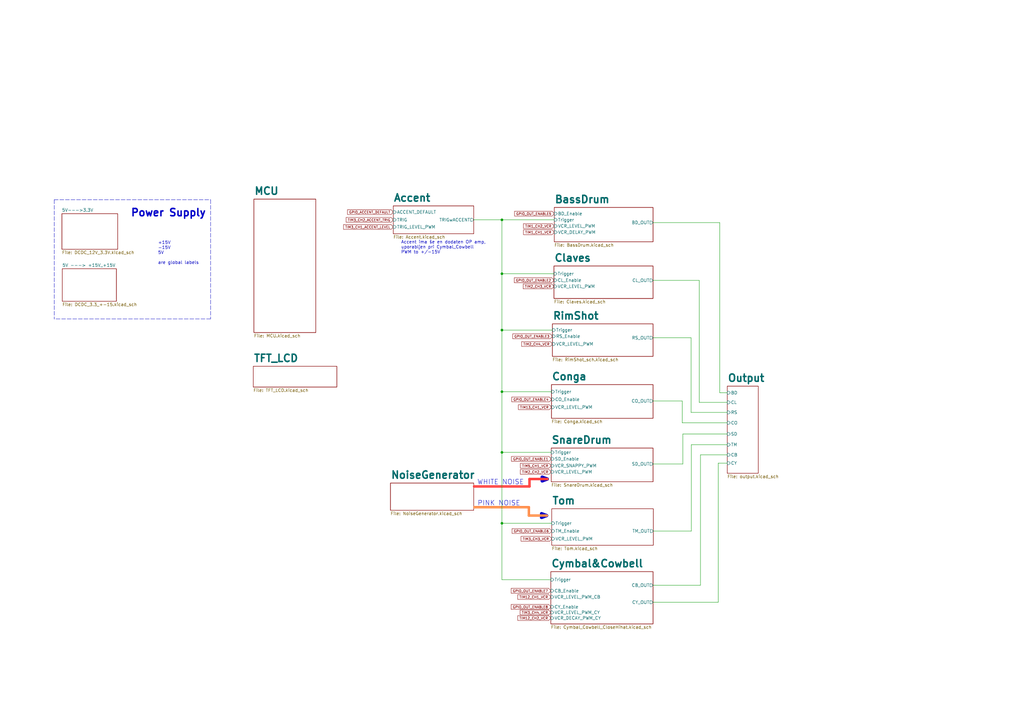
<source format=kicad_sch>
(kicad_sch (version 20211123) (generator eeschema)
  (paper "A3")
  (title_block (title "STM32_KickDrum") (date "2023-06-03") (rev "0"))
  (lib_symbols)
  (junction (at 205.867 185.547))
  (junction (at 205.867 214.63))
  (junction (at 205.867 112.268))
  (junction (at 205.867 135.382))
  (junction (at 205.867 160.655))
  (junction (at 205.867 90.17))
  (wire (pts (xy 294.5892 189.9412) (xy 294.5892 247.015)))
  (polyline (pts (xy 194.437 199.517) (xy 217.17 199.517)) (stroke (width 1) (type solid) (color 255 58 56 1)))
  (wire (pts (xy 205.867 160.655) (xy 205.867 185.547)))
  (polyline (pts (xy 22.225 81.915) (xy 86.36 81.915)))
  (wire (pts (xy 267.843 91.2876) (xy 295.1988 91.2876)))
  (wire (pts (xy 294.5892 247.015) (xy 267.843 247.015)))
  (wire (pts (xy 205.867 90.17) (xy 205.867 112.268)))
  (wire (pts (xy 267.843 190.2968) (xy 280.0858 190.2968)))
  (wire (pts (xy 205.867 185.547) (xy 205.867 214.63)))
  (wire (pts (xy 279.8064 164.465) (xy 267.843 164.465)))
  (wire (pts (xy 226.06 185.547) (xy 205.867 185.547)))
  (wire (pts (xy 287.2994 186.563) (xy 298.2976 186.563)))
  (wire (pts (xy 295.1988 91.2876) (xy 295.1988 161.0868)))
  (wire (pts (xy 283.4386 169.164) (xy 298.2976 169.164)))
  (wire (pts (xy 279.8064 173.4312) (xy 279.8064 164.465)))
  (polyline (pts (xy 216.916 211.455) (xy 224.282 211.455)) (stroke (width 1) (type solid) (color 255 137 71 1)))
  (wire (pts (xy 298.2976 189.9412) (xy 294.5892 189.9412)))
  (wire (pts (xy 295.1988 161.0868) (xy 298.2976 161.0868)))
  (wire (pts (xy 286.766 115.0112) (xy 286.766 165.0492)))
  (wire (pts (xy 205.867 90.17) (xy 227.33 90.17)))
  (wire (pts (xy 283.5656 217.805) (xy 267.97 217.805)))
  (wire (pts (xy 298.2976 165.0492) (xy 286.766 165.0492)))
  (polyline (pts (xy 22.225 81.915) (xy 22.225 130.81)))
  (polyline (pts (xy 222.377 197.231) (xy 224.409 196.469)) (stroke (width 1.4) (type solid)))
  (polyline (pts (xy 222.123 212.217) (xy 224.155 211.455)) (stroke (width 1.4) (type solid)))
  (wire (pts (xy 267.843 138.557) (xy 283.4386 138.557)))
  (polyline (pts (xy 86.36 81.915) (xy 86.36 130.81)))
  (wire (pts (xy 283.5656 182.372) (xy 283.5656 217.805)))
  (polyline (pts (xy 217.17 196.469) (xy 224.536 196.469)) (stroke (width 1) (type solid) (color 255 58 56 1)))
  (polyline (pts (xy 222.377 195.707) (xy 224.409 196.469)) (stroke (width 1.4) (type solid)))
  (wire (pts (xy 227.203 112.268) (xy 205.867 112.268)))
  (wire (pts (xy 205.867 112.268) (xy 205.867 135.382)))
  (wire (pts (xy 205.867 135.382) (xy 226.568 135.382)))
  (polyline (pts (xy 194.564 208.026) (xy 216.916 208.026)) (stroke (width 1) (type solid) (color 255 137 71 1)))
  (wire (pts (xy 205.867 135.382) (xy 205.867 160.655)))
  (wire (pts (xy 205.867 237.744) (xy 205.867 214.63)))
  (wire (pts (xy 267.843 240.03) (xy 287.2994 240.03)))
  (wire (pts (xy 283.4386 138.557) (xy 283.4386 169.164)))
  (wire (pts (xy 225.933 237.744) (xy 205.867 237.744)))
  (polyline (pts (xy 217.17 199.517) (xy 217.17 196.469)) (stroke (width 1) (type solid) (color 255 58 56 1)))
  (wire (pts (xy 267.843 115.0112) (xy 286.766 115.0112)))
  (wire (pts (xy 298.2976 173.4312) (xy 279.8064 173.4312)))
  (wire (pts (xy 194.31 90.17) (xy 205.867 90.17)))
  (wire (pts (xy 226.314 214.63) (xy 205.867 214.63)))
  (wire (pts (xy 280.0858 190.2968) (xy 280.0858 178.0032)))
  (polyline (pts (xy 216.916 211.455) (xy 216.916 208.026)) (stroke (width 1) (type solid) (color 255 137 71 1)))
  (wire (pts (xy 226.187 160.655) (xy 205.867 160.655)))
  (wire (pts (xy 298.2976 182.372) (xy 283.5656 182.372)))
  (polyline (pts (xy 222.123 210.693) (xy 224.155 211.455)) (stroke (width 1.4) (type solid)))
  (wire (pts (xy 287.2994 240.03) (xy 287.2994 186.563)))
  (wire (pts (xy 280.0858 178.0032) (xy 298.2976 178.0032)))
  (polyline (pts (xy 86.36 130.81) (xy 22.225 130.81)))
  (text "+15V\n-15V\n5V\n\nare global labels\n" (at 64.77 108.585 0) (effects (font (size 1.27 1.27)) (justify left bottom)))
  (text "Power Supply\n" (at 53.467 89.154 0) (effects (font (size 3 3) (thickness 0.6) bold) (justify left bottom)))
  (text "PINK NOISE\n" (at 195.834 207.645 0) (effects (font (size 2 2)) (justify left bottom)))
  (text "Accent ima še en dodaten OP amp,\nuporabljen pri Cymbal_Cowbell\nPWM to +/-15V\n\n" (at 164.465 106.299 0) (effects (font (size 1.27 1.27)) (justify left bottom)))
  (text "WHITE NOISE\n" (at 195.707 199.009 0) (effects (font (size 2 2)) (justify left bottom)))
  (global_label "GPIO_OUT_ENABLE6" (shape input) (at 226.314 217.805 180) (effects (font (size 1 1))) (property "Intersheet References" "${INTERSHEET_REFS}" (effects hide)))
  (global_label "TIM13_CH1_VCR" (shape input) (at 226.187 167.005 180) (effects (font (size 1 1))) (property "Intersheet References" "${INTERSHEET_REFS}" (effects hide)))
  (global_label "TIM12_CH1_VCR" (shape input) (at 225.933 244.856 180) (effects (font (size 1 1))) (property "Intersheet References" "${INTERSHEET_REFS}" (effects hide)))
  (global_label "TIM3_CH2_ACCENT_TRIG" (shape input) (at 161.29 90.17 180) (effects (font (size 1 1))) (property "Intersheet References" "${INTERSHEET_REFS}" (effects hide)))
  (global_label "TIM5_CH1_VCR" (shape input) (at 226.06 191.008 180) (effects (font (size 1 1))) (property "Intersheet References" "${INTERSHEET_REFS}" (effects hide)))
  (global_label "TIM2_CH3_VCR" (shape input) (at 227.203 117.475 180) (effects (font (size 1 1))) (property "Intersheet References" "${INTERSHEET_REFS}" (effects hide)))
  (global_label "GPIO_OUT_ENABLE7" (shape input) (at 225.933 242.316 180) (effects (font (size 1 1))) (property "Intersheet References" "${INTERSHEET_REFS}" (effects hide)))
  (global_label "GPIO_OUT_ENABLE2" (shape input) (at 227.203 114.935 180) (effects (font (size 1 1))) (property "Intersheet References" "${INTERSHEET_REFS}" (effects hide)))
  (global_label "TIM1_CH1_VCR" (shape input) (at 227.33 95.25 180) (effects (font (size 1 1))) (property "Intersheet References" "${INTERSHEET_REFS}" (effects hide)))
  (global_label "TIM2_CH4_VCR" (shape input) (at 226.568 141.097 180) (effects (font (size 1 1))) (property "Intersheet References" "${INTERSHEET_REFS}" (effects hide)))
  (global_label "TIM12_CH2_VCR" (shape input) (at 225.933 253.492 180) (effects (font (size 1 1))) (property "Intersheet References" "${INTERSHEET_REFS}" (effects hide)))
  (global_label "TIM2_CH2_VCR" (shape input) (at 226.06 193.548 180) (effects (font (size 1 1))) (property "Intersheet References" "${INTERSHEET_REFS}" (effects hide)))
  (global_label "TIM1_CH2_VCR" (shape input) (at 227.33 92.71 180) (effects (font (size 1 1))) (property "Intersheet References" "${INTERSHEET_REFS}" (effects hide)))
  (global_label "GPIO_OUT_ENABLE4" (shape input) (at 226.187 163.83 180) (effects (font (size 1 1))) (property "Intersheet References" "${INTERSHEET_REFS}" (effects hide)))
  (global_label "TIM3_CH1_ACCENT_LEVEL" (shape input) (at 161.29 93.091 180) (effects (font (size 1 1))) (property "Intersheet References" "${INTERSHEET_REFS}" (effects hide)))
  (global_label "GPIO_OUT_ENABLE8" (shape input) (at 225.933 248.92 180) (effects (font (size 1 1))) (property "Intersheet References" "${INTERSHEET_REFS}" (effects hide)))
  (global_label "GPIO_OUT_ENABLE5" (shape input) (at 227.33 87.63 180) (effects (font (size 1 1))) (property "Intersheet References" "${INTERSHEET_REFS}" (effects hide)))
  (global_label "TIM3_CH4_VCR" (shape input) (at 225.933 251.206 180) (effects (font (size 1 1))) (property "Intersheet References" "${INTERSHEET_REFS}" (effects hide)))
  (global_label "GPIO_OUT_ENABLE3" (shape input) (at 226.568 137.922 180) (effects (font (size 1 1))) (property "Intersheet References" "${INTERSHEET_REFS}" (effects hide)))
  (global_label "TIM3_CH3_VCR" (shape input) (at 226.314 220.98 180) (effects (font (size 1 1))) (property "Intersheet References" "${INTERSHEET_REFS}" (effects hide)))
  (global_label "GPIO_ACCENT_DEFAULT" (shape input) (at 161.29 86.995 180) (effects (font (size 1 1))) (property "Intersheet References" "${INTERSHEET_REFS}" (effects hide)))
  (global_label "GPIO_OUT_ENABLE1" (shape input) (at 226.06 188.214 180) (effects (font (size 1 1))) (property "Intersheet References" "${INTERSHEET_REFS}" (effects hide)))
  (sheet (at 226.568 132.842) (size 41.275 13.335) (stroke (width 0.1524))
    (property "Sheet name" "RimShot" (at 226.568 131.2654 0) (effects (font (size 3 3) bold) (justify left bottom)))
    (property "Sheet file" "RimShot_sch.kicad_sch" (at 226.568 146.7616 0) (effects (justify left top)))
    (pin "VCR_LEVEL_PWM" input (at 226.568 141.097 180))
    (pin "Trigger" input (at 226.568 135.382 180))
    (pin "RS_Enable" input (at 226.568 137.922 180))
    (pin "RS_OUT" output (at 267.843 138.557 0))
  )
  (sheet (at 226.06 183.769) (size 41.783 13.843) (stroke (width 0.1524))
    (property "Sheet name" "SnareDrum" (at 226.06 182.1924 0) (effects (font (size 3 3) bold) (justify left bottom)))
    (property "Sheet file" "SnareDrum.kicad_sch" (at 226.06 198.1966 0) (effects (justify left top)))
    (pin "Trigger" input (at 226.06 185.547 180))
    (pin "SD_Enable" input (at 226.06 188.214 180))
    (pin "VCR_SNAPPY_PWM" input (at 226.06 191.008 180))
    (pin "VCR_LEVEL_PWM" input (at 226.06 193.548 180))
    (pin "SD_OUT" output (at 267.843 190.2968 0))
  )
  (sheet (at 103.886 150.241) (size 34.29 8.509) (stroke (width 0.1524))
    (property "Sheet name" "TFT_LCD" (at 103.886 148.6644 0) (effects (font (size 3 3) bold) (justify left bottom)))
    (property "Sheet file" "TFT_LCD.kicad_sch" (at 103.886 159.3346 0) (effects (justify left top)))
  )
  (sheet (at 227.203 109.093) (size 40.64 13.335) (stroke (width 0.1524))
    (property "Sheet name" "Claves" (at 227.203 107.5164 0) (effects (font (size 3 3) bold) (justify left bottom)))
    (property "Sheet file" "Claves.kicad_sch" (at 227.203 123.0126 0) (effects (justify left top)))
    (pin "Trigger" input (at 227.203 112.268 180))
    (pin "CL_Enable" input (at 227.203 114.935 180))
    (pin "VCR_LEVEL_PWM" input (at 227.203 117.475 180))
    (pin "CL_OUT" output (at 267.843 115.0112 0))
  )
  (sheet (at 226.187 157.734) (size 41.656 13.843) (stroke (width 0.1524))
    (property "Sheet name" "Conga" (at 226.187 156.1574 0) (effects (font (size 3 3) bold) (justify left bottom)))
    (property "Sheet file" "Conga.kicad_sch" (at 226.187 172.1616 0) (effects (justify left top)))
    (pin "VCR_LEVEL_PWM" input (at 226.187 167.005 180))
    (pin "CO_OUT" output (at 267.843 164.465 0))
    (pin "CO_Enable" input (at 226.187 163.83 180))
    (pin "Trigger" input (at 226.187 160.655 180))
  )
  (sheet (at 25.4 87.63) (size 22.86 14.605) (stroke (width 0.1524))
    (property "Sheet name" "5V--->3.3V" (at 25.4 86.9184 0) (effects (justify left bottom)))
    (property "Sheet file" "DCDC_12V_3.3V.kicad_sch" (at 25.4 102.8196 0) (effects (justify left top)))
  )
  (sheet (at 161.29 84.455) (size 33.02 11.43) (stroke (width 0.1524))
    (property "Sheet name" "Accent" (at 161.29 82.8784 0) (effects (font (size 3 3) bold) (justify left bottom)))
    (property "Sheet file" "Accent.kicad_sch" (at 161.29 96.4696 0) (effects (justify left top)))
    (pin "ACCENT_DEFAULT" input (at 161.29 86.995 180))
    (pin "TRIG" input (at 161.29 90.17 180))
    (pin "TRIGwACCENT" output (at 194.31 90.17 0))
    (pin "TRIG_LEVEL_PWM" input (at 161.29 93.091 180))
  )
  (sheet (at 25.527 110.236) (size 22.225 13.335) (stroke (width 0.1524))
    (property "Sheet name" "5V ---> +15V_+15V" (at 25.527 109.5244 0) (effects (justify left bottom)))
    (property "Sheet file" "DCDC_3.3_+-15.kicad_sch" (at 25.527 124.1556 0) (effects (justify left top)))
  )
  (sheet (at 104.14 81.661) (size 25.4 54.737) (stroke (width 0.1524))
    (property "Sheet name" "MCU" (at 104.14 80.0844 0) (effects (font (size 3 3) bold) (justify left bottom)))
    (property "Sheet file" "MCU.kicad_sch" (at 104.14 136.9826 0) (effects (justify left top)))
  )
  (sheet (at 225.933 234.442) (size 41.91 21.463) (stroke (width 0.1524))
    (property "Sheet name" "Cymbal&Cowbell" (at 225.933 232.8654 0) (effects (font (size 3 3) bold) (justify left bottom)))
    (property "Sheet file" "Cymbal_Cowbell_CloseHihat.kicad_sch" (at 225.933 256.4896 0) (effects (justify left top)))
    (pin "Trigger" input (at 225.933 237.744 180))
    (pin "CB_Enable" input (at 225.933 242.316 180))
    (pin "CY_Enable" input (at 225.933 248.92 180))
    (pin "CY_OUT" output (at 267.843 247.015 0))
    (pin "CB_OUT" output (at 267.843 240.03 0))
    (pin "VCR_LEVEL_PWM_CB" input (at 225.933 244.856 180))
    (pin "VCR_LEVEL_PWM_CY" input (at 225.933 251.206 180))
    (pin "VCR_DECAY_PWM_CY" input (at 225.933 253.492 180))
  )
  (sheet (at 227.33 85.09) (size 40.513 14.097) (stroke (width 0.1524))
    (property "Sheet name" "BassDrum" (at 227.33 83.5134 0) (effects (font (size 3 3) bold) (justify left bottom)))
    (property "Sheet file" "BassDrum.kicad_sch" (at 227.33 99.7716 0) (effects (justify left top)))
    (pin "BD_OUT" output (at 267.843 91.2876 0))
    (pin "BD_Enable" input (at 227.33 87.63 180))
    (pin "Trigger" input (at 227.33 90.17 180))
    (pin "VCR_LEVEL_PWM" input (at 227.33 92.71 180))
    (pin "VCR_DELAY_PWM" input (at 227.33 95.25 180))
  )
  (sheet (at 226.314 208.661) (size 41.656 14.986) (stroke (width 0.1524))
    (property "Sheet name" "Tom" (at 226.314 207.0844 0) (effects (font (size 3 3) bold) (justify left bottom)))
    (property "Sheet file" "Tom.kicad_sch" (at 226.314 224.2316 0) (effects (justify left top)))
    (pin "VCR_LEVEL_PWM" input (at 226.314 220.98 180))
    (pin "Trigger" input (at 226.314 214.63 180))
    (pin "TM_Enable" input (at 226.314 217.805 180))
    (pin "TM_OUT" output (at 267.97 217.805 0))
  )
  (sheet (at 160.147 198.12) (size 34.163 11.176) (stroke (width 0.1524))
    (property "Sheet name" "NoiseGenerator" (at 160.147 196.5434 0) (effects (font (size 3 3) bold) (justify left bottom)))
    (property "Sheet file" "NoiseGenerator.kicad_sch" (at 160.147 209.8806 0) (effects (justify left top)))
  )
  (sheet (at 298.2976 158.369) (size 12.7 35.7632) (stroke (width 0.1524))
    (property "Sheet name" "Output" (at 298.2976 156.7924 0) (effects (font (size 3 3) bold) (justify left bottom)))
    (property "Sheet file" "output.kicad_sch" (at 298.2976 194.7168 0) (effects (justify left top)))
    (pin "BD" input (at 298.2976 161.0868 180))
    (pin "CL" input (at 298.2976 165.0492 180))
    (pin "RS" input (at 298.2976 169.164 180))
    (pin "CO" input (at 298.2976 173.4312 180))
    (pin "TM" input (at 298.2976 182.372 180))
    (pin "CB" input (at 298.2976 186.563 180))
    (pin "CY" input (at 298.2976 189.9412 180))
    (pin "SD" input (at 298.2976 178.0032 180))
  )
)
</source>
